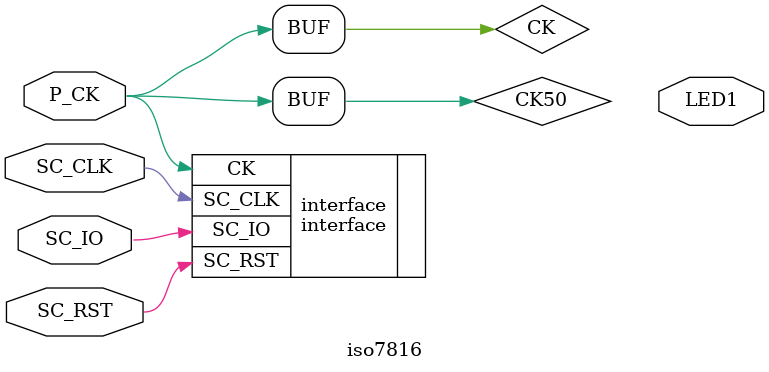
<source format=v>
/*
  Verilog implementation of the iso7816-3 smartcard interface.
  Copyright (C) 2003 Blaise Gassend <blaise at gassend dot com>
  
  This program is free software; you can redistribute it and/or
  modify it under the terms of the GNU General Public License
  as published by the Free Software Foundation; either version 2
  of the License, or (at your option) any later version.
  
  This program is distributed in the hope that it will be useful,
  but WITHOUT ANY WARRANTY; without even the implied warranty of
  MERCHANTABILITY or FITNESS FOR A PARTICULAR PURPOSE.  See the
  GNU General Public License for more details.
  
  You should have received a copy of the GNU General Public License
  along with this program; if not, write to the Free Software
  Foundation, Inc., 59 Temple Place - Suite 330, Boston, MA  02111-1307, USA.
*/

module iso7816(P_CK,SC_IO,SC_RST,SC_CLK,LED1);          

  input P_CK; // synthesis attrbute PERIOD of P_CK is "20 ns"
  output LED1;
//  output LED2;
//  output LED3;
//  output LED4;
  inout SC_IO;
  input SC_RST;
  input SC_CLK;

// *****************
// Generate CK here.
// *****************

//  wire dCK, ubCK, fbCK, ubfbCK, ubpP_CK; 
//  CLKDLL dll(.CLKIN(P_CK), .CLKFB(dCK), .CLK2X(ubpP_CK));
//  BUFG ckbuf(.I(ubpP_CK), .O(dCK));
//  // synthesis attribute PERIOD of dCK is "10 ns" 

  wire CK50 = P_CK;
//  wire CK100 = dCK;

  wire CK = CK50;
  
// **************************
// Take care of the led here.
// **************************
//  reg [24:0] ledcount; 
//  wire [3:0] leds;

//  assign LED1 = leds[0];//scIOin;//ledcount[23];
//  assign LED2 = leds[1];//scRST;//ledcount[24];
//  assign LED3 = leds[2];//~scCLK;//ledcount[25];
//  assign LED4 = leds[3];//ledcount[24];
  
//  always @(posedge CK) 
//  begin 
//    ledcount = ledcount + 1; 
//  end 

// ********************
// Instantiate the UART
// ********************

  interface interface(.CK(CK), .SC_IO(SC_IO), .SC_CLK(SC_CLK), .SC_RST(SC_RST));

endmodule 

</source>
